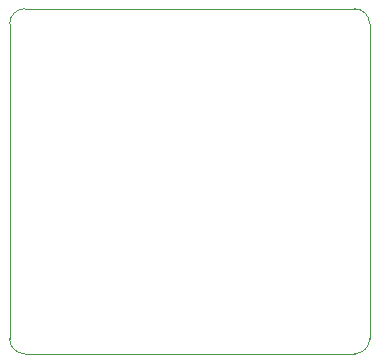
<source format=gbr>
%TF.GenerationSoftware,KiCad,Pcbnew,7.0.8-7.0.8~ubuntu23.04.1*%
%TF.CreationDate,2023-10-03T20:58:01+04:00*%
%TF.ProjectId,7segment_breakout,37736567-6d65-46e7-945f-627265616b6f,rev?*%
%TF.SameCoordinates,Original*%
%TF.FileFunction,Profile,NP*%
%FSLAX46Y46*%
G04 Gerber Fmt 4.6, Leading zero omitted, Abs format (unit mm)*
G04 Created by KiCad (PCBNEW 7.0.8-7.0.8~ubuntu23.04.1) date 2023-10-03 20:58:01*
%MOMM*%
%LPD*%
G01*
G04 APERTURE LIST*
%TA.AperFunction,Profile*%
%ADD10C,0.100000*%
%TD*%
G04 APERTURE END LIST*
D10*
X156210000Y-75565000D02*
G75*
G03*
X154940000Y-74295000I-1270000J0D01*
G01*
X125730000Y-75565000D02*
X125730000Y-102235000D01*
X127000000Y-103505000D02*
X154940000Y-103505000D01*
X156210000Y-102235000D02*
X156210000Y-75565000D01*
X154940000Y-103505000D02*
G75*
G03*
X156210000Y-102235000I0J1270000D01*
G01*
X154940000Y-74295000D02*
X127000000Y-74295000D01*
X125730000Y-102235000D02*
G75*
G03*
X127000000Y-103505000I1270000J0D01*
G01*
X127000000Y-74295000D02*
G75*
G03*
X125730000Y-75565000I0J-1270000D01*
G01*
M02*

</source>
